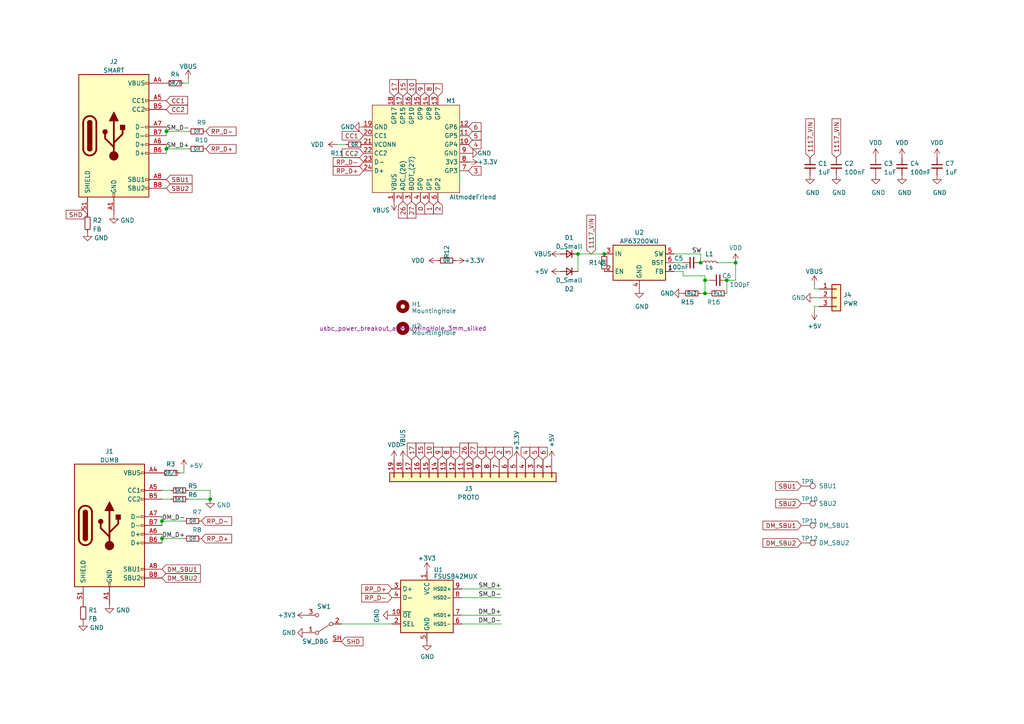
<source format=kicad_sch>
(kicad_sch (version 20230121) (generator eeschema)
  (paper "A4")
  (lib_symbols
    (symbol "Connector:TestPoint" (pin_numbers hide) (pin_names (offset 0.762) hide)
      (property "Reference" "TP" (at 0 6.858 0))
      (property "Value" "TestPoint" (at 0 5.08 0))
      (symbol "TestPoint_0_1"
        (circle (center 0 3.302) (radius 0.762))
      )
      (symbol "TestPoint_1_1"
        (pin passive line (at 0 0 90) (length 2.54) (name "1") (number "1"))
      )
    )
    (symbol "Connector:USB_C_Receptacle_USB2.0" (pin_names (offset 1.016))
      (property "Reference" "J" (at -10.16 19.05 0))
      (property "Value" "USB_C_Receptacle_USB2.0" (at 19.05 19.05 0))
      (symbol "USB_C_Receptacle_USB2.0_0_0"
        (rectangle (start -0.254 -17.78) (end 0.254 -16.764))
        (rectangle (start 10.16 -14.986) (end 9.144 -15.494))
        (rectangle (start 10.16 -12.446) (end 9.144 -12.954))
        (rectangle (start 10.16 -4.826) (end 9.144 -5.334))
        (rectangle (start 10.16 -2.286) (end 9.144 -2.794))
        (rectangle (start 10.16 0.254) (end 9.144 -0.254))
        (rectangle (start 10.16 2.794) (end 9.144 2.286))
        (rectangle (start 10.16 7.874) (end 9.144 7.366))
        (rectangle (start 10.16 10.414) (end 9.144 9.906))
        (rectangle (start 10.16 15.494) (end 9.144 14.986))
      )
      (symbol "USB_C_Receptacle_USB2.0_0_1"
        (rectangle (start -10.16 17.78) (end 10.16 -17.78) (stroke (width 0.254)) (fill (type background)))
        (arc (start -8.89 -3.81) (mid -6.985 -5.7067) (end -5.08 -3.81) (stroke (width 0.508)))
        (arc (start -7.62 -3.81) (mid -6.985 -4.4423) (end -6.35 -3.81) (stroke (width 0.254)))
        (arc (start -7.62 -3.81) (mid -6.985 -4.4423) (end -6.35 -3.81) (stroke (width 0.254)) (fill (type outline)))
        (rectangle (start -7.62 -3.81) (end -6.35 3.81) (stroke (width 0.254)) (fill (type outline)))
        (arc (start -6.35 3.81) (mid -6.985 4.4423) (end -7.62 3.81) (stroke (width 0.254)))
        (arc (start -6.35 3.81) (mid -6.985 4.4423) (end -7.62 3.81) (stroke (width 0.254)) (fill (type outline)))
        (arc (start -5.08 3.81) (mid -6.985 5.7067) (end -8.89 3.81) (stroke (width 0.508)))
        (circle (center -2.54 1.143) (radius 0.635) (stroke (width 0.254)) (fill (type outline)))
        (circle (center 0 -5.842) (radius 1.27) (fill (type outline)))
        (polyline (pts (xy -8.89 -3.81) (xy -8.89 3.81)) (stroke (width 0.508)))
        (polyline (pts (xy -5.08 3.81) (xy -5.08 -3.81)) (stroke (width 0.508)))
        (polyline (pts (xy 0 -5.842) (xy 0 4.318)) (stroke (width 0.508)))
        (polyline (pts (xy 0 -3.302) (xy -2.54 -0.762) (xy -2.54 0.508)) (stroke (width 0.508)))
        (polyline (pts (xy 0 -2.032) (xy 2.54 0.508) (xy 2.54 1.778)) (stroke (width 0.508)))
        (polyline (pts (xy -1.27 4.318) (xy 0 6.858) (xy 1.27 4.318) (xy -1.27 4.318)) (stroke (width 0.254)) (fill (type outline)))
        (rectangle (start 1.905 1.778) (end 3.175 3.048) (stroke (width 0.254)) (fill (type outline)))
      )
      (symbol "USB_C_Receptacle_USB2.0_1_1"
        (pin passive line (at 0 -22.86 90) (length 5.08) (name "GND") (number "A1"))
        (pin passive line (at 0 -22.86 90) (length 5.08) hide (name "GND") (number "A12"))
        (pin passive line (at 15.24 15.24 180) (length 5.08) (name "VBUS") (number "A4"))
        (pin bidirectional line (at 15.24 10.16 180) (length 5.08) (name "CC1") (number "A5"))
        (pin bidirectional line (at 15.24 -2.54 180) (length 5.08) (name "D+") (number "A6"))
        (pin bidirectional line (at 15.24 2.54 180) (length 5.08) (name "D-") (number "A7"))
        (pin bidirectional line (at 15.24 -12.7 180) (length 5.08) (name "SBU1") (number "A8"))
        (pin passive line (at 15.24 15.24 180) (length 5.08) hide (name "VBUS") (number "A9"))
        (pin passive line (at 0 -22.86 90) (length 5.08) hide (name "GND") (number "B1"))
        (pin passive line (at 0 -22.86 90) (length 5.08) hide (name "GND") (number "B12"))
        (pin passive line (at 15.24 15.24 180) (length 5.08) hide (name "VBUS") (number "B4"))
        (pin bidirectional line (at 15.24 7.62 180) (length 5.08) (name "CC2") (number "B5"))
        (pin bidirectional line (at 15.24 -5.08 180) (length 5.08) (name "D+") (number "B6"))
        (pin bidirectional line (at 15.24 0 180) (length 5.08) (name "D-") (number "B7"))
        (pin bidirectional line (at 15.24 -15.24 180) (length 5.08) (name "SBU2") (number "B8"))
        (pin passive line (at 15.24 15.24 180) (length 5.08) hide (name "VBUS") (number "B9"))
        (pin passive line (at -7.62 -22.86 90) (length 5.08) (name "SHIELD") (number "S1"))
      )
    )
    (symbol "Connector_Generic:Conn_01x03" (pin_names (offset 1.016) hide)
      (property "Reference" "J" (at 0 5.08 0))
      (property "Value" "Conn_01x03" (at 0 -5.08 0))
      (symbol "Conn_01x03_1_1"
        (rectangle (start -1.27 -2.413) (end 0 -2.667) (stroke (width 0.1524)))
        (rectangle (start -1.27 0.127) (end 0 -0.127) (stroke (width 0.1524)))
        (rectangle (start -1.27 2.667) (end 0 2.413) (stroke (width 0.1524)))
        (rectangle (start -1.27 3.81) (end 1.27 -3.81) (stroke (width 0.254)) (fill (type background)))
        (pin passive line (at -5.08 2.54 0) (length 3.81) (name "Pin_1") (number "1"))
        (pin passive line (at -5.08 0 0) (length 3.81) (name "Pin_2") (number "2"))
        (pin passive line (at -5.08 -2.54 0) (length 3.81) (name "Pin_3") (number "3"))
      )
    )
    (symbol "Connector_Generic:Conn_01x19" (pin_names (offset 1.016) hide)
      (property "Reference" "J" (at 0 25.4 0))
      (property "Value" "Conn_01x19" (at 0 -25.4 0))
      (symbol "Conn_01x19_1_1"
        (rectangle (start -1.27 -22.733) (end 0 -22.987) (stroke (width 0.1524)))
        (rectangle (start -1.27 -20.193) (end 0 -20.447) (stroke (width 0.1524)))
        (rectangle (start -1.27 -17.653) (end 0 -17.907) (stroke (width 0.1524)))
        (rectangle (start -1.27 -15.113) (end 0 -15.367) (stroke (width 0.1524)))
        (rectangle (start -1.27 -12.573) (end 0 -12.827) (stroke (width 0.1524)))
        (rectangle (start -1.27 -10.033) (end 0 -10.287) (stroke (width 0.1524)))
        (rectangle (start -1.27 -7.493) (end 0 -7.747) (stroke (width 0.1524)))
        (rectangle (start -1.27 -4.953) (end 0 -5.207) (stroke (width 0.1524)))
        (rectangle (start -1.27 -2.413) (end 0 -2.667) (stroke (width 0.1524)))
        (rectangle (start -1.27 0.127) (end 0 -0.127) (stroke (width 0.1524)))
        (rectangle (start -1.27 2.667) (end 0 2.413) (stroke (width 0.1524)))
        (rectangle (start -1.27 5.207) (end 0 4.953) (stroke (width 0.1524)))
        (rectangle (start -1.27 7.747) (end 0 7.493) (stroke (width 0.1524)))
        (rectangle (start -1.27 10.287) (end 0 10.033) (stroke (width 0.1524)))
        (rectangle (start -1.27 12.827) (end 0 12.573) (stroke (width 0.1524)))
        (rectangle (start -1.27 15.367) (end 0 15.113) (stroke (width 0.1524)))
        (rectangle (start -1.27 17.907) (end 0 17.653) (stroke (width 0.1524)))
        (rectangle (start -1.27 20.447) (end 0 20.193) (stroke (width 0.1524)))
        (rectangle (start -1.27 22.987) (end 0 22.733) (stroke (width 0.1524)))
        (rectangle (start -1.27 24.13) (end 1.27 -24.13) (stroke (width 0.254)) (fill (type background)))
        (pin passive line (at -5.08 22.86 0) (length 3.81) (name "Pin_1") (number "1"))
        (pin passive line (at -5.08 0 0) (length 3.81) (name "Pin_10") (number "10"))
        (pin passive line (at -5.08 -2.54 0) (length 3.81) (name "Pin_11") (number "11"))
        (pin passive line (at -5.08 -5.08 0) (length 3.81) (name "Pin_12") (number "12"))
        (pin passive line (at -5.08 -7.62 0) (length 3.81) (name "Pin_13") (number "13"))
        (pin passive line (at -5.08 -10.16 0) (length 3.81) (name "Pin_14") (number "14"))
        (pin passive line (at -5.08 -12.7 0) (length 3.81) (name "Pin_15") (number "15"))
        (pin passive line (at -5.08 -15.24 0) (length 3.81) (name "Pin_16") (number "16"))
        (pin passive line (at -5.08 -17.78 0) (length 3.81) (name "Pin_17") (number "17"))
        (pin passive line (at -5.08 -20.32 0) (length 3.81) (name "Pin_18") (number "18"))
        (pin passive line (at -5.08 -22.86 0) (length 3.81) (name "Pin_19") (number "19"))
        (pin passive line (at -5.08 20.32 0) (length 3.81) (name "Pin_2") (number "2"))
        (pin passive line (at -5.08 17.78 0) (length 3.81) (name "Pin_3") (number "3"))
        (pin passive line (at -5.08 15.24 0) (length 3.81) (name "Pin_4") (number "4"))
        (pin passive line (at -5.08 12.7 0) (length 3.81) (name "Pin_5") (number "5"))
        (pin passive line (at -5.08 10.16 0) (length 3.81) (name "Pin_6") (number "6"))
        (pin passive line (at -5.08 7.62 0) (length 3.81) (name "Pin_7") (number "7"))
        (pin passive line (at -5.08 5.08 0) (length 3.81) (name "Pin_8") (number "8"))
        (pin passive line (at -5.08 2.54 0) (length 3.81) (name "Pin_9") (number "9"))
      )
    )
    (symbol "Device:C_Small" (pin_numbers hide) (pin_names (offset 0.254) hide)
      (property "Reference" "C" (at 0.254 1.778 0))
      (property "Value" "C_Small" (at 0.254 -2.032 0))
      (symbol "C_Small_0_1"
        (polyline (pts (xy -1.524 -0.508) (xy 1.524 -0.508)) (stroke (width 0.3302)))
        (polyline (pts (xy -1.524 0.508) (xy 1.524 0.508)) (stroke (width 0.3048)))
      )
      (symbol "C_Small_1_1"
        (pin passive line (at 0 2.54 270) (length 2.032) (name "~") (number "1"))
        (pin passive line (at 0 -2.54 90) (length 2.032) (name "~") (number "2"))
      )
    )
    (symbol "Device:D_Small" (pin_numbers hide) (pin_names (offset 0.254) hide)
      (property "Reference" "D" (at -1.27 2.032 0))
      (property "Value" "D_Small" (at -3.81 -2.032 0))
      (symbol "D_Small_0_1"
        (polyline (pts (xy -0.762 -1.016) (xy -0.762 1.016)) (stroke (width 0.254)))
        (polyline (pts (xy -0.762 0) (xy 0.762 0)))
        (polyline (pts (xy 0.762 -1.016) (xy -0.762 0) (xy 0.762 1.016) (xy 0.762 -1.016)) (stroke (width 0.254)))
      )
      (symbol "D_Small_1_1"
        (pin passive line (at -2.54 0 0) (length 1.778) (name "K") (number "1"))
        (pin passive line (at 2.54 0 180) (length 1.778) (name "A") (number "2"))
      )
    )
    (symbol "Device:L_Small" (pin_numbers hide) (pin_names (offset 0.254) hide)
      (property "Reference" "L" (at 0.762 1.016 0))
      (property "Value" "L_Small" (at 0.762 -1.016 0))
      (symbol "L_Small_0_1"
        (arc (start 0 -2.032) (mid 0.5058 -1.524) (end 0 -1.016))
        (arc (start 0 -1.016) (mid 0.5058 -0.508) (end 0 0))
        (arc (start 0 0) (mid 0.5058 0.508) (end 0 1.016))
        (arc (start 0 1.016) (mid 0.5058 1.524) (end 0 2.032))
      )
      (symbol "L_Small_1_1"
        (pin passive line (at 0 2.54 270) (length 0.508) (name "~") (number "1"))
        (pin passive line (at 0 -2.54 90) (length 0.508) (name "~") (number "2"))
      )
    )
    (symbol "Device:R_Small" (pin_numbers hide) (pin_names (offset 0.254) hide)
      (property "Reference" "R" (at 0.762 0.508 0))
      (property "Value" "R_Small" (at 0.762 -1.016 0))
      (symbol "R_Small_0_1"
        (rectangle (start -0.762 1.778) (end 0.762 -1.778) (stroke (width 0.2032)))
      )
      (symbol "R_Small_1_1"
        (pin passive line (at 0 2.54 270) (length 0.762) (name "~") (number "1"))
        (pin passive line (at 0 -2.54 90) (length 0.762) (name "~") (number "2"))
      )
    )
    (symbol "Expansion_Card-rescue:+3.3V-power" (power) (pin_names (offset 0))
      (property "Value" "+3.3V-power" (at 0 3.556 0))
      (symbol "+3.3V-power_0_1"
        (polyline (pts (xy -0.762 1.27) (xy 0 2.54)))
        (polyline (pts (xy 0 0) (xy 0 2.54)))
        (polyline (pts (xy 0 2.54) (xy 0.762 1.27)))
      )
      (symbol "+3.3V-power_1_1"
        (pin power_in line (at 0 0 90) (length 0) hide (name "+3V3") (number "1"))
      )
    )
    (symbol "Interface_USB:FSUSB42MUX"
      (property "Reference" "U" (at -6.35 8.89 0))
      (property "Value" "FSUSB42MUX" (at 7.62 8.89 0))
      (symbol "FSUSB42MUX_0_1"
        (rectangle (start 7.62 7.62) (end -7.62 -7.62) (stroke (width 0.254)) (fill (type background)))
      )
      (symbol "FSUSB42MUX_1_1"
        (pin power_in line (at 0 10.16 270) (length 2.54) (name "VCC") (number "1"))
        (pin input line (at -10.16 -2.54 0) (length 2.54) (name "~{OE}") (number "10"))
        (pin input line (at -10.16 -5.08 0) (length 2.54) (name "SEL") (number "2"))
        (pin bidirectional line (at -10.16 5.08 0) (length 2.54) (name "D+") (number "3"))
        (pin bidirectional line (at -10.16 2.54 0) (length 2.54) (name "D-") (number "4"))
        (pin power_in line (at 0 -10.16 90) (length 2.54) (name "GND") (number "5"))
        (pin bidirectional line (at 10.16 -5.08 180) (length 2.54) (name "HSD1-") (number "6"))
        (pin bidirectional line (at 10.16 -2.54 180) (length 2.54) (name "HSD1+") (number "7"))
        (pin bidirectional line (at 10.16 2.54 180) (length 2.54) (name "HSD2-") (number "8"))
        (pin bidirectional line (at 10.16 5.08 180) (length 2.54) (name "HSD2+") (number "9"))
      )
    )
    (symbol "Mechanical:MountingHole" (pin_names (offset 1.016))
      (property "Reference" "H" (at 0 5.08 0))
      (property "Value" "MountingHole" (at 0 3.175 0))
      (symbol "MountingHole_0_1"
        (circle (center 0 0) (radius 1.27) (stroke (width 1.27)))
      )
    )
    (symbol "Regulator_Switching:AP63200WU"
      (property "Reference" "U" (at -7.62 6.35 0))
      (property "Value" "AP63200WU" (at 2.54 6.35 0))
      (symbol "AP63200WU_0_1"
        (rectangle (start -7.62 5.08) (end 7.62 -5.08) (stroke (width 0.254)) (fill (type background)))
      )
      (symbol "AP63200WU_1_1"
        (pin input line (at 10.16 -2.54 180) (length 2.54) (name "FB") (number "1"))
        (pin input line (at -10.16 -2.54 0) (length 2.54) (name "EN") (number "2"))
        (pin power_in line (at -10.16 2.54 0) (length 2.54) (name "IN") (number "3"))
        (pin power_in line (at 0 -7.62 90) (length 2.54) (name "GND") (number "4"))
        (pin output line (at 10.16 2.54 180) (length 2.54) (name "SW") (number "5"))
        (pin passive line (at 10.16 0 180) (length 2.54) (name "BST") (number "6"))
      )
    )
    (symbol "altmode_friend:AltmodeFriend"
      (property "Reference" "M" (at 8.89 13.97 0))
      (property "Value" "AltmodeFriend" (at 13.97 -13.97 0))
      (symbol "AltmodeFriend_0_1"
        (rectangle (start -12.7 12.7) (end 12.7 -12.7) (stroke (width 0.1524)) (fill (type background)))
      )
      (symbol "AltmodeFriend_1_1"
        (pin input line (at -15.24 6.35 0) (length 2.54) (name "VBUS") (number "1"))
        (pin input line (at 1.27 -15.24 90) (length 2.54) (name "GP4") (number "10"))
        (pin input line (at 3.81 -15.24 90) (length 2.54) (name "GP5") (number "11"))
        (pin input line (at 6.35 -15.24 90) (length 2.54) (name "GP6") (number "12"))
        (pin input line (at 15.24 -6.35 180) (length 2.54) (name "GP7") (number "13"))
        (pin input line (at 15.24 -3.81 180) (length 2.54) (name "GP8") (number "14"))
        (pin input line (at 15.24 -1.27 180) (length 2.54) (name "GP9") (number "15"))
        (pin input line (at 15.24 1.27 180) (length 2.54) (name "GP10") (number "16"))
        (pin input line (at 15.24 3.81 180) (length 2.54) (name "GP15") (number "17"))
        (pin input line (at 15.24 6.35 180) (length 2.54) (name "GP17") (number "18"))
        (pin input line (at 6.35 15.24 270) (length 2.54) (name "GND") (number "19"))
        (pin input line (at -15.24 3.81 0) (length 2.54) (name "ADC_(26)") (number "2"))
        (pin input line (at 3.81 15.24 270) (length 2.54) (name "CC1") (number "20"))
        (pin input line (at 1.27 15.24 270) (length 2.54) (name "VCONN") (number "21"))
        (pin input line (at -1.27 15.24 270) (length 2.54) (name "CC2") (number "22"))
        (pin input line (at -3.81 15.24 270) (length 2.54) (name "D-") (number "23"))
        (pin input line (at -6.35 15.24 270) (length 2.54) (name "D+") (number "24"))
        (pin input line (at -15.24 1.27 0) (length 2.54) (name "BOOT_(27)") (number "3"))
        (pin input line (at -15.24 -1.27 0) (length 2.54) (name "GP0") (number "4"))
        (pin input line (at -15.24 -3.81 0) (length 2.54) (name "GP1") (number "5"))
        (pin input line (at -15.24 -6.35 0) (length 2.54) (name "GP2") (number "6"))
        (pin input line (at -6.35 -15.24 90) (length 2.54) (name "GP3") (number "7"))
        (pin input line (at -3.81 -15.24 90) (length 2.54) (name "3V3") (number "8"))
        (pin input line (at -1.27 -15.24 90) (length 2.54) (name "GND") (number "9"))
      )
    )
    (symbol "power:+3.3V" (power) (pin_names (offset 0))
      (property "Value" "+3.3V" (at 0 3.556 0))
      (symbol "+3.3V_0_1"
        (polyline (pts (xy -0.762 1.27) (xy 0 2.54)))
        (polyline (pts (xy 0 0) (xy 0 2.54)))
        (polyline (pts (xy 0 2.54) (xy 0.762 1.27)))
      )
      (symbol "+3.3V_1_1"
        (pin power_in line (at 0 0 90) (length 0) hide (name "+3.3V") (number "1"))
      )
    )
    (symbol "power:+5V" (power) (pin_names (offset 0))
      (property "Value" "+5V" (at 0 3.556 0))
      (symbol "+5V_0_1"
        (polyline (pts (xy -0.762 1.27) (xy 0 2.54)))
        (polyline (pts (xy 0 0) (xy 0 2.54)))
        (polyline (pts (xy 0 2.54) (xy 0.762 1.27)))
      )
      (symbol "+5V_1_1"
        (pin power_in line (at 0 0 90) (length 0) hide (name "+5V") (number "1"))
      )
    )
    (symbol "power:GND" (power) (pin_names (offset 0))
      (property "Value" "GND" (at 0 -3.81 0))
      (symbol "GND_0_1"
        (polyline (pts (xy 0 0) (xy 0 -1.27) (xy 1.27 -1.27) (xy 0 -2.54) (xy -1.27 -1.27) (xy 0 -1.27)))
      )
      (symbol "GND_1_1"
        (pin power_in line (at 0 0 270) (length 0) hide (name "GND") (number "1"))
      )
    )
    (symbol "power:VBUS" (power) (pin_names (offset 0))
      (property "Value" "VBUS" (at 0 3.81 0))
      (symbol "VBUS_0_1"
        (polyline (pts (xy -0.762 1.27) (xy 0 2.54)))
        (polyline (pts (xy 0 0) (xy 0 2.54)))
        (polyline (pts (xy 0 2.54) (xy 0.762 1.27)))
      )
      (symbol "VBUS_1_1"
        (pin power_in line (at 0 0 90) (length 0) hide (name "VBUS") (number "1"))
      )
    )
    (symbol "power:VDD" (power) (pin_names (offset 0))
      (property "Value" "VDD" (at 0 3.81 0))
      (symbol "VDD_0_1"
        (polyline (pts (xy -0.762 1.27) (xy 0 2.54)))
        (polyline (pts (xy 0 0) (xy 0 2.54)))
        (polyline (pts (xy 0 2.54) (xy 0.762 1.27)))
      )
      (symbol "VDD_1_1"
        (pin power_in line (at 0 0 90) (length 0) hide (name "VDD") (number "1"))
      )
    )
    (symbol "sw_spdt_sh:SW_SPDT" (pin_names (offset 0) hide)
      (property "Reference" "SW" (at 0 4.318 0))
      (property "Value" "SW_SPDT" (at 0 -5.08 0))
      (symbol "SW_SPDT_0_0"
        (circle (center -2.032 0) (radius 0.508))
        (circle (center 2.032 -2.54) (radius 0.508))
      )
      (symbol "SW_SPDT_0_1"
        (polyline (pts (xy -1.524 0.254) (xy 1.651 2.286)))
        (circle (center 2.032 2.54) (radius 0.508))
      )
      (symbol "SW_SPDT_1_1"
        (pin passive line (at 5.08 2.54 180) (length 2.54) (name "A") (number "1"))
        (pin passive line (at -5.08 0 0) (length 2.54) (name "B") (number "2"))
        (pin passive line (at 5.08 -2.54 180) (length 2.54) (name "C") (number "3"))
        (pin input line (at -5.08 5.08 0) (length 2.54) (name "SH") (number "SH"))
      )
    )
  )
  (junction (at 167.64 73.66))
  (junction (at 204.47 81.28))
  (junction (at 203.2 76.2))
  (junction (at 175.26 73.66))
  (junction (at 213.36 76.2))
  (junction (at 46.99 156.21))
  (junction (at 46.99 151.13))
  (junction (at 48.26 38.1))
  (junction (at 210.82 81.28))
  (junction (at 48.26 43.18))
  (junction (at 204.47 85.09))
  (junction (at 60.96 144.78))
  (wire (pts (xy 198.12 80.01) (xy 204.47 80.01)))
  (wire (pts (xy 46.99 156.21) (xy 53.34 156.21)))
  (wire (pts (xy 204.47 85.09) (xy 205.74 85.09)))
  (wire (pts (xy 60.96 144.78) (xy 60.96 142.24)))
  (wire (pts (xy 198.12 78.74) (xy 198.12 80.01)))
  (wire (pts (xy 204.47 81.28) (xy 205.74 81.28)))
  (wire (pts (xy 204.47 80.01) (xy 204.47 81.28)))
  (wire (pts (xy 204.47 81.28) (xy 204.47 85.09)))
  (wire (pts (xy 133.985 180.975) (xy 145.415 180.975)))
  (wire (pts (xy 237.49 88.9) (xy 236.22 88.9)))
  (wire (pts (xy 203.2 73.66) (xy 195.58 73.66)))
  (wire (pts (xy 97.79 41.91) (xy 100.33 41.91)))
  (wire (pts (xy 53.34 24.13) (xy 54.61 24.13)))
  (wire (pts (xy 46.99 144.78) (xy 49.53 144.78)))
  (wire (pts (xy 237.49 83.82) (xy 236.22 83.82)))
  (wire (pts (xy 53.34 137.16) (xy 53.34 135.89)))
  (wire (pts (xy 210.82 81.28) (xy 213.36 81.28)))
  (wire (pts (xy 48.26 43.18) (xy 48.26 44.45)))
  (wire (pts (xy 46.99 154.94) (xy 46.99 156.21)))
  (wire (pts (xy 167.64 73.66) (xy 167.64 78.74)))
  (wire (pts (xy 213.36 76.2) (xy 208.28 76.2)))
  (wire (pts (xy 46.99 142.24) (xy 49.53 142.24)))
  (wire (pts (xy 133.985 173.355) (xy 145.415 173.355)))
  (wire (pts (xy 48.26 43.18) (xy 54.61 43.18)))
  (wire (pts (xy 195.58 76.2) (xy 198.12 76.2)))
  (wire (pts (xy 167.64 73.66) (xy 175.26 73.66)))
  (wire (pts (xy 133.985 178.435) (xy 145.415 178.435)))
  (wire (pts (xy 99.06 180.975) (xy 113.665 180.975)))
  (wire (pts (xy 52.07 137.16) (xy 53.34 137.16)))
  (wire (pts (xy 133.985 170.815) (xy 145.415 170.815)))
  (wire (pts (xy 54.61 142.24) (xy 60.96 142.24)))
  (wire (pts (xy 195.58 78.74) (xy 198.12 78.74)))
  (wire (pts (xy 203.2 76.2) (xy 203.2 73.66)))
  (wire (pts (xy 236.22 83.82) (xy 236.22 82.55)))
  (wire (pts (xy 213.36 81.28) (xy 213.36 76.2)))
  (wire (pts (xy 48.26 36.83) (xy 48.26 38.1)))
  (wire (pts (xy 46.99 156.21) (xy 46.99 157.48)))
  (wire (pts (xy 204.47 85.09) (xy 203.2 85.09)))
  (wire (pts (xy 54.61 144.78) (xy 60.96 144.78)))
  (wire (pts (xy 46.99 151.13) (xy 46.99 152.4)))
  (wire (pts (xy 48.26 41.91) (xy 48.26 43.18)))
  (wire (pts (xy 236.22 86.36) (xy 237.49 86.36)))
  (wire (pts (xy 46.99 149.86) (xy 46.99 151.13)))
  (wire (pts (xy 210.82 81.28) (xy 210.82 85.09)))
  (wire (pts (xy 54.61 24.13) (xy 54.61 22.86)))
  (wire (pts (xy 236.22 88.9) (xy 236.22 90.17)))
  (wire (pts (xy 46.99 151.13) (xy 53.34 151.13)))
  (wire (pts (xy 48.26 38.1) (xy 54.61 38.1)))
  (wire (pts (xy 48.26 38.1) (xy 48.26 39.37)))
  (label "SW" (at 200.66 73.66 0))
  (label "SM_D+" (at 48.26 43.18 0))
  (label "DM_D+" (at 46.99 156.21 0))
  (label "DM_D-" (at 46.99 151.13 0))
  (label "DM_D-" (at 145.415 180.975 180))
  (label "DM_D+" (at 145.415 178.435 180))
  (label "SM_D-" (at 48.26 38.1 0))
  (label "SM_D-" (at 145.415 173.355 180))
  (label "SM_D+" (at 145.415 170.815 180))
  (global_label "SHD" (shape input) (at 99.06 186.055 0) (property "Intersheetrefs" "${INTERSHEET_REFS}" (effects hide)))
  (global_label "1" (shape input) (at 124.46 58.42 270) (property "Intersheetrefs" "${INTERSHEET_REFS}" (effects hide)))
  (global_label "RP_D-" (shape input) (at 59.69 38.1 0) (property "Intersheetrefs" "${INTERSHEET_REFS}" (effects hide)))
  (global_label "27" (shape input) (at 137.16 133.35 90) (property "Intersheetrefs" "${INTERSHEET_REFS}" (effects hide)))
  (global_label "6" (shape input) (at 135.89 36.83 0) (property "Intersheetrefs" "${INTERSHEET_REFS}" (effects hide)))
  (global_label "DM_SBU1" (shape input) (at 232.41 152.4 180) (property "Intersheetrefs" "${INTERSHEET_REFS}" (effects hide)))
  (global_label "8" (shape input) (at 129.54 133.35 90) (property "Intersheetrefs" "${INTERSHEET_REFS}" (effects hide)))
  (global_label "SBU1" (shape input) (at 232.41 140.97 180) (property "Intersheetrefs" "${INTERSHEET_REFS}" (effects hide)))
  (global_label "17" (shape input) (at 119.38 133.35 90) (property "Intersheetrefs" "${INTERSHEET_REFS}" (effects hide)))
  (global_label "DM_SBU2" (shape input) (at 232.41 157.48 180) (property "Intersheetrefs" "${INTERSHEET_REFS}" (effects hide)))
  (global_label "9" (shape input) (at 127 133.35 90) (property "Intersheetrefs" "${INTERSHEET_REFS}" (effects hide)))
  (global_label "RP_D+" (shape input) (at 113.665 170.815 180) (property "Intersheetrefs" "${INTERSHEET_REFS}" (effects hide)))
  (global_label "0" (shape input) (at 121.92 58.42 270) (property "Intersheetrefs" "${INTERSHEET_REFS}" (effects hide)))
  (global_label "27" (shape input) (at 119.38 58.42 270) (property "Intersheetrefs" "${INTERSHEET_REFS}" (effects hide)))
  (global_label "CC2" (shape input) (at 105.41 44.45 180) (property "Intersheetrefs" "${INTERSHEET_REFS}" (effects hide)))
  (global_label "CC2" (shape input) (at 48.26 31.75 0) (property "Intersheetrefs" "${INTERSHEET_REFS}" (effects hide)))
  (global_label "2" (shape input) (at 127 58.42 270) (property "Intersheetrefs" "${INTERSHEET_REFS}" (effects hide)))
  (global_label "26" (shape input) (at 134.62 133.35 90) (property "Intersheetrefs" "${INTERSHEET_REFS}" (effects hide)))
  (global_label "5" (shape input) (at 154.94 133.35 90) (property "Intersheetrefs" "${INTERSHEET_REFS}" (effects hide)))
  (global_label "26" (shape input) (at 116.84 58.42 270) (property "Intersheetrefs" "${INTERSHEET_REFS}" (effects hide)))
  (global_label "RP_D+" (shape input) (at 105.41 49.53 180) (property "Intersheetrefs" "${INTERSHEET_REFS}" (effects hide)))
  (global_label "7" (shape input) (at 132.08 133.35 90) (property "Intersheetrefs" "${INTERSHEET_REFS}" (effects hide)))
  (global_label "1117_VIN" (shape input) (at 234.95 45.72 90) (property "Intersheetrefs" "${INTERSHEET_REFS}" (effects hide)))
  (global_label "SBU2" (shape input) (at 48.26 54.61 0) (property "Intersheetrefs" "${INTERSHEET_REFS}" (effects hide)))
  (global_label "17" (shape input) (at 114.3 27.94 90) (property "Intersheetrefs" "${INTERSHEET_REFS}" (effects hide)))
  (global_label "DM_SBU2" (shape input) (at 46.99 167.64 0) (property "Intersheetrefs" "${INTERSHEET_REFS}" (effects hide)))
  (global_label "RP_D-" (shape input) (at 113.665 173.355 180) (property "Intersheetrefs" "${INTERSHEET_REFS}" (effects hide)))
  (global_label "1" (shape input) (at 142.24 133.35 90) (property "Intersheetrefs" "${INTERSHEET_REFS}" (effects hide)))
  (global_label "1117_VIN" (shape input) (at 242.57 45.72 90) (property "Intersheetrefs" "${INTERSHEET_REFS}" (effects hide)))
  (global_label "1117_VIN" (shape input) (at 171.45 73.66 90) (property "Intersheetrefs" "${INTERSHEET_REFS}" (effects hide)))
  (global_label "SBU1" (shape input) (at 48.26 52.07 0) (property "Intersheetrefs" "${INTERSHEET_REFS}" (effects hide)))
  (global_label "0" (shape input) (at 139.7 133.35 90) (property "Intersheetrefs" "${INTERSHEET_REFS}" (effects hide)))
  (global_label "RP_D+" (shape input) (at 58.42 156.21 0) (property "Intersheetrefs" "${INTERSHEET_REFS}" (effects hide)))
  (global_label "2" (shape input) (at 144.78 133.35 90) (property "Intersheetrefs" "${INTERSHEET_REFS}" (effects hide)))
  (global_label "SBU2" (shape input) (at 232.41 146.05 180) (property "Intersheetrefs" "${INTERSHEET_REFS}" (effects hide)))
  (global_label "8" (shape input) (at 124.46 27.94 90) (property "Intersheetrefs" "${INTERSHEET_REFS}" (effects hide)))
  (global_label "SHD" (shape input) (at 25.4 62.23 180) (property "Intersheetrefs" "${INTERSHEET_REFS}" (effects hide)))
  (global_label "15" (shape input) (at 121.92 133.35 90) (property "Intersheetrefs" "${INTERSHEET_REFS}" (effects hide)))
  (global_label "RP_D-" (shape input) (at 105.41 46.99 180) (property "Intersheetrefs" "${INTERSHEET_REFS}" (effects hide)))
  (global_label "7" (shape input) (at 127 27.94 90) (property "Intersheetrefs" "${INTERSHEET_REFS}" (effects hide)))
  (global_label "RP_D+" (shape input) (at 59.69 43.18 0) (property "Intersheetrefs" "${INTERSHEET_REFS}" (effects hide)))
  (global_label "10" (shape input) (at 124.46 133.35 90) (property "Intersheetrefs" "${INTERSHEET_REFS}" (effects hide)))
  (global_label "10" (shape input) (at 119.38 27.94 90) (property "Intersheetrefs" "${INTERSHEET_REFS}" (effects hide)))
  (global_label "3" (shape input) (at 147.32 133.35 90) (property "Intersheetrefs" "${INTERSHEET_REFS}" (effects hide)))
  (global_label "CC1" (shape input) (at 105.41 39.37 180) (property "Intersheetrefs" "${INTERSHEET_REFS}" (effects hide)))
  (global_label "6" (shape input) (at 157.48 133.35 90) (property "Intersheetrefs" "${INTERSHEET_REFS}" (effects hide)))
  (global_label "DM_SBU1" (shape input) (at 46.99 165.1 0) (property "Intersheetrefs" "${INTERSHEET_REFS}" (effects hide)))
  (global_label "4" (shape input) (at 152.4 133.35 90) (property "Intersheetrefs" "${INTERSHEET_REFS}" (effects hide)))
  (global_label "CC1" (shape input) (at 48.26 29.21 0) (property "Intersheetrefs" "${INTERSHEET_REFS}" (effects hide)))
  (global_label "4" (shape input) (at 135.89 41.91 0) (property "Intersheetrefs" "${INTERSHEET_REFS}" (effects hide)))
  (global_label "15" (shape input) (at 116.84 27.94 90) (property "Intersheetrefs" "${INTERSHEET_REFS}" (effects hide)))
  (global_label "3" (shape input) (at 135.89 49.53 0) (property "Intersheetrefs" "${INTERSHEET_REFS}" (effects hide)))
  (global_label "RP_D-" (shape input) (at 58.42 151.13 0) (property "Intersheetrefs" "${INTERSHEET_REFS}" (effects hide)))
  (global_label "9" (shape input) (at 121.92 27.94 90) (property "Intersheetrefs" "${INTERSHEET_REFS}" (effects hide)))
  (global_label "5" (shape input) (at 135.89 39.37 0) (property "Intersheetrefs" "${INTERSHEET_REFS}" (effects hide)))
  (symbol (lib_id "Device:R_Small") (at 52.07 142.24 90) (unit 1)
    (property "Reference" "R5" (at 55.88 140.97 90))
    (property "Value" "5K1" (at 52.07 142.24 90) (effects (font (size 1 1))))
    (property "Footprint" "Resistor_SMD:R_0603_1608Metric" (effects hide))
  )
  (symbol (lib_id "Device:C_Small") (at 234.95 48.26 0) (unit 1)
    (property "Reference" "C1" (at 237.2741 47.4316 0) (effects (justify left)))
    (property "Value" "1uF" (at 237.2741 49.9685 0) (effects (justify left)))
    (property "Footprint" "Capacitor_SMD:C_0805_2012Metric" (effects hide))
  )
  (symbol (lib_id "Device:L_Small") (at 205.74 76.2 90) (unit 1)
    (property "Reference" "L1" (at 205.74 73.66 90))
    (property "Value" "Ls" (at 205.74 77.47 90))
    (property "Footprint" "Inductor_SMD:L_Bourns-SRN4018" (effects hide))
  )
  (symbol (lib_id "altmode_friend:AltmodeFriend") (at 120.65 43.18 90) (unit 1)
    (property "Reference" "M1" (at 130.81 29.21 90))
    (property "Value" "AltmodeFriend" (at 137.16 57.15 90))
    (property "Footprint" "usbc_power_breakout_af:altmode_friend" (effects hide))
  )
  (symbol (lib_id "power:GND") (at 236.22 86.36 270) (unit 1)
    (property "Reference" "#PWR0109" (effects hide))
    (property "Value" "GND" (at 233.68 86.36 90) (effects (justify right)))
  )
  (symbol (lib_id "power:GND") (at 261.62 50.8 0) (unit 1)
    (property "Reference" "#PWR0118" (effects hide))
    (property "Value" "GND" (at 260.35 55.88 0) (effects (justify left)))
  )
  (symbol (lib_id "power:+3.3V") (at 149.86 133.35 0) (unit 1)
    (property "Reference" "#PWR0111" (effects hide))
    (property "Value" "+3.3V" (at 149.86 130.81 90) (effects (justify left)))
  )
  (symbol (lib_id "Connector:TestPoint") (at 232.41 157.48 270) (unit 1)
    (property "Reference" "TP12" (at 232.41 156.21 90) (effects (justify left)))
    (property "Value" "DM_SBU2" (at 237.49 157.48 90) (effects (justify left)))
    (property "Footprint" "TestPoint:TestPoint_THTPad_1.5x1.5mm_Drill0.7mm" (effects hide))
  )
  (symbol (lib_id "power:GND") (at 25.4 67.31 0) (unit 1)
    (property "Reference" "#PWR0101" (effects hide))
    (property "Value" "GND" (at 27.305 69.0138 0) (effects (justify left)))
  )
  (symbol (lib_id "power:GND") (at 24.13 180.34 0) (unit 1)
    (property "Reference" "#PWR0104" (effects hide))
    (property "Value" "GND" (at 26.035 182.0438 0) (effects (justify left)))
  )
  (symbol (lib_id "Device:D_Small") (at 165.1 78.74 180) (unit 1)
    (property "Reference" "D2" (at 165.1 83.82 0))
    (property "Value" "D_Small" (at 165.1 81.28 0))
    (property "Footprint" "Diode_SMD:D_SMA" (effects hide))
  )
  (symbol (lib_id "Device:R_Small") (at 57.15 38.1 90) (unit 1)
    (property "Reference" "R9" (at 58.42 35.56 90))
    (property "Value" "0R" (at 57.15 38.1 90) (effects (font (size 1 1))))
    (property "Footprint" "Resistor_SMD:R_0603_1608Metric" (effects hide))
  )
  (symbol (lib_id "power:VDD") (at 97.79 41.91 90) (unit 1)
    (property "Reference" "#PWR05" (effects hide))
    (property "Value" "VDD" (at 93.98 41.91 90) (effects (justify left)))
  )
  (symbol (lib_id "power:+5V") (at 162.56 78.74 90) (unit 1)
    (property "Reference" "#PWR0132" (effects hide))
    (property "Value" "+5V" (at 154.94 78.74 90) (effects (justify right)))
  )
  (symbol (lib_id "Device:R_Small") (at 52.07 144.78 90) (unit 1)
    (property "Reference" "R6" (at 55.88 143.51 90))
    (property "Value" "5K1" (at 52.07 144.78 90) (effects (font (size 1 1))))
    (property "Footprint" "Resistor_SMD:R_0603_1608Metric" (effects hide))
  )
  (symbol (lib_id "Mechanical:MountingHole") (at 116.84 88.9 0) (unit 1)
    (property "Reference" "H1" (at 119.38 88.2563 0) (effects (justify left)))
    (property "Value" "MountingHole" (at 119.38 90.1773 0) (effects (justify left)))
    (property "Footprint" "usbc_power_breakout_af:MountingHole_3mm_silked" (effects hide))
  )
  (symbol (lib_id "power:GND") (at 88.9 183.515 270) (unit 1)
    (property "Reference" "#PWR014" (effects hide))
    (property "Value" "GND" (at 83.82 183.515 90))
  )
  (symbol (lib_id "Regulator_Switching:AP63200WU") (at 185.42 76.2 0) (unit 1)
    (property "Reference" "U2" (at 185.42 67.4202 0))
    (property "Value" "AP63200WU" (at 185.42 69.9571 0))
    (property "Footprint" "Package_TO_SOT_SMD:TSOT-23-6" (effects hide))
    (property "Datasheet" "https://www.diodes.com/assets/Datasheets/AP63200-AP63201-AP63203-AP63205.pdf" (effects hide))
  )
  (symbol (lib_id "Device:R_Small") (at 102.87 41.91 90) (unit 1)
    (property "Reference" "R11" (at 97.79 44.45 90))
    (property "Value" "0R" (at 102.87 41.91 90) (effects (font (size 1 1))))
    (property "Footprint" "Resistor_SMD:R_0603_1608Metric" (effects hide))
  )
  (symbol (lib_id "power:GND") (at 242.57 50.8 0) (unit 1)
    (property "Reference" "#PWR0120" (effects hide))
    (property "Value" "GND" (at 241.3 55.88 0) (effects (justify left)))
  )
  (symbol (lib_id "power:VDD") (at 114.3 133.35 0) (unit 1)
    (property "Reference" "#PWR09" (effects hide))
    (property "Value" "VDD" (at 114.3 129.032 0))
  )
  (symbol (lib_id "Connector:TestPoint") (at 232.41 146.05 270) (unit 1)
    (property "Reference" "TP10" (at 232.41 144.78 90) (effects (justify left)))
    (property "Value" "SBU2" (at 237.49 146.05 90) (effects (justify left)))
    (property "Footprint" "TestPoint:TestPoint_THTPad_D1.0mm_Drill0.5mm" (effects hide))
  )
  (symbol (lib_id "Interface_USB:FSUSB42MUX") (at 123.825 175.895 0) (unit 1)
    (property "Reference" "U1" (at 125.7809 165.2651 0) (effects (justify left)))
    (property "Value" "FSUSB42MUX" (at 125.7809 167.1861 0) (effects (justify left)))
    (property "Footprint" "Package_SO:MSOP-10_3x3mm_P0.5mm" (effects hide))
    (property "Datasheet" "https://www.onsemi.com/pub/Collateral/FSUSB42-D.PDF" (effects hide))
  )
  (symbol (lib_id "Device:C_Small") (at 271.78 48.26 0) (unit 1)
    (property "Reference" "C7" (at 274.1041 47.4316 0) (effects (justify left)))
    (property "Value" "1uF" (at 274.1041 49.9685 0) (effects (justify left)))
    (property "Footprint" "Capacitor_SMD:C_0805_2012Metric" (effects hide))
  )
  (symbol (lib_id "power:VDD") (at 127 75.565 90) (unit 1)
    (property "Reference" "#PWR06" (effects hide))
    (property "Value" "VDD" (at 123.19 75.565 90) (effects (justify left)))
  )
  (symbol (lib_id "power:VBUS") (at 114.3 58.42 180) (unit 1)
    (property "Reference" "#PWR0124" (effects hide))
    (property "Value" "VBUS" (at 107.95 60.96 0) (effects (justify right)))
  )
  (symbol (lib_id "power:VBUS") (at 54.61 22.86 0) (unit 1)
    (property "Reference" "#PWR0103" (effects hide))
    (property "Value" "VBUS" (at 54.61 19.2842 0))
  )
  (symbol (lib_id "Device:C_Small") (at 242.57 48.26 0) (unit 1)
    (property "Reference" "C2" (at 244.8941 47.4316 0) (effects (justify left)))
    (property "Value" "100nF" (at 244.8941 49.9685 0) (effects (justify left)))
    (property "Footprint" "Capacitor_SMD:C_0805_2012Metric" (effects hide))
  )
  (symbol (lib_id "power:VBUS") (at 116.84 133.35 0) (unit 1)
    (property "Reference" "#PWR0112" (effects hide))
    (property "Value" "VBUS" (at 116.84 124.46 90) (effects (justify right)))
  )
  (symbol (lib_id "Device:R_Small") (at 175.26 76.2 180) (unit 1)
    (property "Reference" "R14" (at 172.72 76.2 0))
    (property "Value" "0R" (at 175.26 76.2 90) (effects (font (size 1 1))))
    (property "Footprint" "Resistor_SMD:R_0603_1608Metric" (effects hide))
  )
  (symbol (lib_id "power:GND") (at 271.78 50.8 0) (unit 1)
    (property "Reference" "#PWR0133" (effects hide))
    (property "Value" "GND" (at 270.51 55.88 0) (effects (justify left)))
  )
  (symbol (lib_id "Device:R_Small") (at 55.88 151.13 90) (unit 1)
    (property "Reference" "R7" (at 57.15 148.59 90))
    (property "Value" "0R" (at 55.88 151.13 90) (effects (font (size 1 1))))
    (property "Footprint" "Resistor_SMD:R_0603_1608Metric" (effects hide))
  )
  (symbol (lib_id "Connector:TestPoint") (at 232.41 152.4 270) (unit 1)
    (property "Reference" "TP11" (at 232.41 151.13 90) (effects (justify left)))
    (property "Value" "DM_SBU1" (at 237.49 152.4 90) (effects (justify left)))
    (property "Footprint" "TestPoint:TestPoint_THTPad_1.5x1.5mm_Drill0.7mm" (effects hide))
  )
  (symbol (lib_id "Connector:USB_C_Receptacle_USB2.0") (at 33.02 39.37 0) (unit 1)
    (property "Reference" "J2" (at 33.02 17.8902 0))
    (property "Value" "SMART" (at 33.02 20.4271 0))
    (property "Footprint" "Connector_USB:USB_C_Receptacle_HRO_TYPE-C-31-M-12" (effects hide))
    (property "Datasheet" "https://www.usb.org/sites/default/files/documents/usb_type-c.zip" (effects hide))
  )
  (symbol (lib_id "power:GND") (at 60.96 144.78 0) (unit 1)
    (property "Reference" "#PWR0106" (effects hide))
    (property "Value" "GND" (at 62.865 146.4838 0) (effects (justify left)))
  )
  (symbol (lib_id "power:+5V") (at 236.22 90.17 180) (unit 1)
    (property "Reference" "#PWR0110" (effects hide))
    (property "Value" "+5V" (at 236.22 94.6134 0))
  )
  (symbol (lib_id "power:GND") (at 135.89 44.45 90) (unit 1)
    (property "Reference" "#PWR0127" (effects hide))
    (property "Value" "GND" (at 138.43 44.45 90) (effects (justify right)))
  )
  (symbol (lib_id "Connector_Generic:Conn_01x03") (at 242.57 86.36 0) (unit 1)
    (property "Reference" "J4" (at 244.602 85.5253 0) (effects (justify left)))
    (property "Value" "PWR" (at 244.602 88.0622 0) (effects (justify left)))
    (property "Footprint" "Connector_PinHeader_2.54mm:PinHeader_1x03_P2.54mm_Vertical" (effects hide))
  )
  (symbol (lib_id "power:GND") (at 113.665 178.435 270) (unit 1)
    (property "Reference" "#PWR011" (effects hide))
    (property "Value" "GND" (at 109.2708 178.562 0))
  )
  (symbol (lib_id "power:GND") (at 234.95 50.8 0) (unit 1)
    (property "Reference" "#PWR0121" (effects hide))
    (property "Value" "GND" (at 233.68 55.88 0) (effects (justify left)))
  )
  (symbol (lib_id "Mechanical:MountingHole") (at 116.84 95.25 0) (unit 1)
    (property "Reference" "H2" (at 119.38 94.6063 0) (effects (justify left)))
    (property "Value" "MountingHole" (at 119.38 96.5273 0) (effects (justify left)))
    (property "Footprint" "usbc_power_breakout_af:MountingHole_3mm_silked" (at 116.84 95.25 0))
  )
  (symbol (lib_id "Device:R_Small") (at 24.13 177.8 0) (unit 1)
    (property "Reference" "R1" (at 25.6286 176.9653 0) (effects (justify left)))
    (property "Value" "FB" (at 25.6286 179.5022 0) (effects (justify left)))
    (property "Footprint" "Resistor_SMD:R_0805_2012Metric" (effects hide))
  )
  (symbol (lib_id "Connector:USB_C_Receptacle_USB2.0") (at 31.75 152.4 0) (unit 1)
    (property "Reference" "J1" (at 31.75 130.9202 0))
    (property "Value" "DUMB" (at 31.75 133.4571 0))
    (property "Footprint" "Connector_USB:USB_C_Receptacle_HRO_TYPE-C-31-M-12" (effects hide))
    (property "Datasheet" "https://www.usb.org/sites/default/files/documents/usb_type-c.zip" (effects hide))
  )
  (symbol (lib_id "Device:C_Small") (at 208.28 81.28 90) (unit 1)
    (property "Reference" "C6" (at 210.82 80.01 90))
    (property "Value" "100pF" (at 214.63 82.55 90))
    (property "Footprint" "Capacitor_SMD:C_0603_1608Metric" (effects hide))
  )
  (symbol (lib_id "Device:R_Small") (at 50.8 24.13 90) (unit 1)
    (property "Reference" "R4" (at 50.8 21.59 90))
    (property "Value" "0R/F" (at 50.8 24.13 90) (effects (font (size 1 1))))
    (property "Footprint" "Resistor_SMD:R_0805_2012Metric" (effects hide))
  )
  (symbol (lib_id "power:+5V") (at 53.34 135.89 0) (unit 1)
    (property "Reference" "#PWR0107" (effects hide))
    (property "Value" "+5V" (at 54.737 135.0538 0) (effects (justify left)))
  )
  (symbol (lib_id "Expansion_Card-rescue:+3.3V-power") (at 123.825 165.735 0) (unit 1)
    (property "Reference" "#PWR012" (effects hide))
    (property "Value" "+3.3V" (at 123.825 161.925 0))
  )
  (symbol (lib_id "Device:C_Small") (at 261.62 48.26 0) (unit 1)
    (property "Reference" "C4" (at 263.9441 47.4316 0) (effects (justify left)))
    (property "Value" "100nF" (at 263.9441 49.9685 0) (effects (justify left)))
    (property "Footprint" "Capacitor_SMD:C_0603_1608Metric" (effects hide))
  )
  (symbol (lib_id "power:GND") (at 105.41 36.83 270) (unit 1)
    (property "Reference" "#PWR0126" (effects hide))
    (property "Value" "GND" (at 102.87 36.83 90) (effects (justify right)))
  )
  (symbol (lib_id "Expansion_Card-rescue:+3.3V-power") (at 88.9 178.435 90) (unit 1)
    (property "Reference" "#PWR015" (effects hide))
    (property "Value" "+3.3V" (at 83.185 178.435 90))
  )
  (symbol (lib_id "power:VDD") (at 254 45.72 0) (unit 1)
    (property "Reference" "#PWR04" (effects hide))
    (property "Value" "VDD" (at 254 41.402 0))
  )
  (symbol (lib_id "Device:R_Small") (at 25.4 64.77 0) (unit 1)
    (property "Reference" "R2" (at 26.8986 63.9353 0) (effects (justify left)))
    (property "Value" "FB" (at 26.8986 66.4722 0) (effects (justify left)))
    (property "Footprint" "Resistor_SMD:R_0805_2012Metric" (effects hide))
  )
  (symbol (lib_id "power:+3.3V") (at 132.08 75.565 270) (unit 1)
    (property "Reference" "#PWR07" (effects hide))
    (property "Value" "+3.3V" (at 134.62 75.565 90) (effects (justify left)))
  )
  (symbol (lib_id "power:VDD") (at 213.36 76.2 0) (unit 1)
    (property "Reference" "#PWR02" (effects hide))
    (property "Value" "VDD" (at 213.36 71.882 0))
  )
  (symbol (lib_id "power:+5V") (at 160.02 133.35 0) (unit 1)
    (property "Reference" "#PWR0113" (effects hide))
    (property "Value" "+5V" (at 160.02 125.73 90) (effects (justify right)))
  )
  (symbol (lib_id "Device:C_Small") (at 200.66 76.2 90) (unit 1)
    (property "Reference" "C5" (at 196.85 74.93 90))
    (property "Value" "100nF" (at 196.85 77.47 90))
    (property "Footprint" "Capacitor_SMD:C_0603_1608Metric" (effects hide))
  )
  (symbol (lib_id "Device:R_Small") (at 49.53 137.16 90) (unit 1)
    (property "Reference" "R3" (at 49.53 134.62 90))
    (property "Value" "0R/F" (at 49.53 137.16 90) (effects (font (size 1 1))))
    (property "Footprint" "Resistor_SMD:R_0805_2012Metric" (effects hide))
  )
  (symbol (lib_id "Device:R_Small") (at 55.88 156.21 90) (unit 1)
    (property "Reference" "R8" (at 57.15 153.67 90))
    (property "Value" "0R" (at 55.88 156.21 90) (effects (font (size 1 1))))
    (property "Footprint" "Resistor_SMD:R_0603_1608Metric" (effects hide))
  )
  (symbol (lib_id "power:VBUS") (at 162.56 73.66 90) (unit 1)
    (property "Reference" "#PWR0131" (effects hide))
    (property "Value" "VBUS" (at 154.94 73.66 90) (effects (justify right)))
  )
  (symbol (lib_id "power:GND") (at 33.02 62.23 0) (unit 1)
    (property "Reference" "#PWR0102" (effects hide))
    (property "Value" "GND" (at 34.925 63.9338 0) (effects (justify left)))
  )
  (symbol (lib_id "Connector_Generic:Conn_01x19") (at 137.16 138.43 270) (unit 1)
    (property "Reference" "J3" (at 135.89 141.7304 90))
    (property "Value" "PROTO" (at 135.89 144.2673 90))
    (property "Footprint" "usbc_power_breakout_af:PROTO_THT_SMD_4x" (effects hide))
  )
  (symbol (lib_id "power:GND") (at 198.12 85.09 270) (unit 1)
    (property "Reference" "#PWR0130" (effects hide))
    (property "Value" "GND" (at 195.58 85.09 90) (effects (justify right)))
  )
  (symbol (lib_id "Device:R_Small") (at 57.15 43.18 90) (unit 1)
    (property "Reference" "R10" (at 58.42 40.64 90))
    (property "Value" "0R" (at 57.15 43.18 90) (effects (font (size 1 1))))
    (property "Footprint" "Resistor_SMD:R_0603_1608Metric" (effects hide))
  )
  (symbol (lib_id "Device:R_Small") (at 200.66 85.09 270) (unit 1)
    (property "Reference" "R15" (at 199.39 87.63 90))
    (property "Value" "Rs2" (at 200.66 85.09 90) (effects (font (size 1 1))))
    (property "Footprint" "Resistor_SMD:R_0603_1608Metric" (effects hide))
  )
  (symbol (lib_id "power:GND") (at 185.42 83.82 0) (unit 1)
    (property "Reference" "#PWR0129" (effects hide))
    (property "Value" "GND" (at 184.15 88.9 0) (effects (justify left)))
  )
  (symbol (lib_id "Device:R_Small") (at 129.54 75.565 90) (unit 1)
    (property "Reference" "R12" (at 129.54 73.025 0))
    (property "Value" "0R" (at 129.54 75.565 90) (effects (font (size 1 1))))
    (property "Footprint" "Resistor_SMD:R_0603_1608Metric" (effects hide))
  )
  (symbol (lib_id "Device:C_Small") (at 254 48.26 0) (unit 1)
    (property "Reference" "C3" (at 256.3241 47.4316 0) (effects (justify left)))
    (property "Value" "1uF" (at 256.3241 49.9685 0) (effects (justify left)))
    (property "Footprint" "Capacitor_SMD:C_0805_2012Metric" (effects hide))
  )
  (symbol (lib_id "power:+3.3V") (at 135.89 46.99 270) (unit 1)
    (property "Reference" "#PWR0128" (effects hide))
    (property "Value" "+3.3V" (at 138.43 46.99 90) (effects (justify left)))
  )
  (symbol (lib_id "Device:D_Small") (at 165.1 73.66 180) (unit 1)
    (property "Reference" "D1" (at 165.1 68.9442 0))
    (property "Value" "D_Small" (at 165.1 71.4811 0))
    (property "Footprint" "Diode_SMD:D_SMA" (effects hide))
  )
  (symbol (lib_id "power:VDD") (at 261.62 45.72 0) (unit 1)
    (property "Reference" "#PWR03" (effects hide))
    (property "Value" "VDD" (at 261.62 41.402 0))
  )
  (symbol (lib_id "sw_spdt_sh:SW_SPDT") (at 93.98 180.975 180) (unit 1)
    (property "Reference" "SW1" (at 93.98 175.895 0))
    (property "Value" "SW_DBG" (at 91.44 186.055 0))
    (property "Footprint" "usbc_power_breakout_af:SW_SPDT_PCM12_SH" (effects hide))
  )
  (symbol (lib_id "Connector:TestPoint") (at 232.41 140.97 270) (unit 1)
    (property "Reference" "TP9" (at 232.41 139.7 90) (effects (justify left)))
    (property "Value" "SBU1" (at 237.49 140.97 90) (effects (justify left)))
    (property "Footprint" "TestPoint:TestPoint_THTPad_D1.0mm_Drill0.5mm" (effects hide))
  )
  (symbol (lib_id "power:GND") (at 123.825 186.055 0) (unit 1)
    (property "Reference" "#PWR013" (effects hide))
    (property "Value" "GND" (at 123.952 190.4492 0))
  )
  (symbol (lib_id "power:VDD") (at 271.78 45.72 0) (unit 1)
    (property "Reference" "#PWR08" (effects hide))
    (property "Value" "VDD" (at 271.78 41.402 0))
  )
  (symbol (lib_id "power:VBUS") (at 236.22 82.55 0) (unit 1)
    (property "Reference" "#PWR01" (effects hide))
    (property "Value" "VBUS" (at 238.76 78.74 0) (effects (justify right)))
  )
  (symbol (lib_id "power:GND") (at 31.75 175.26 0) (unit 1)
    (property "Reference" "#PWR0105" (effects hide))
    (property "Value" "GND" (at 33.655 176.9638 0) (effects (justify left)))
  )
  (symbol (lib_id "Device:R_Small") (at 208.28 85.09 270) (unit 1)
    (property "Reference" "R16" (at 207.01 87.63 90))
    (property "Value" "Rs1" (at 208.28 85.09 90) (effects (font (size 1 1))))
    (property "Footprint" "Resistor_SMD:R_0603_1608Metric" (effects hide))
  )
  (symbol (lib_id "power:GND") (at 254 50.8 0) (unit 1)
    (property "Reference" "#PWR0119" (effects hide))
    (property "Value" "GND" (at 252.73 55.88 0) (effects (justify left)))
  )
)
</source>
